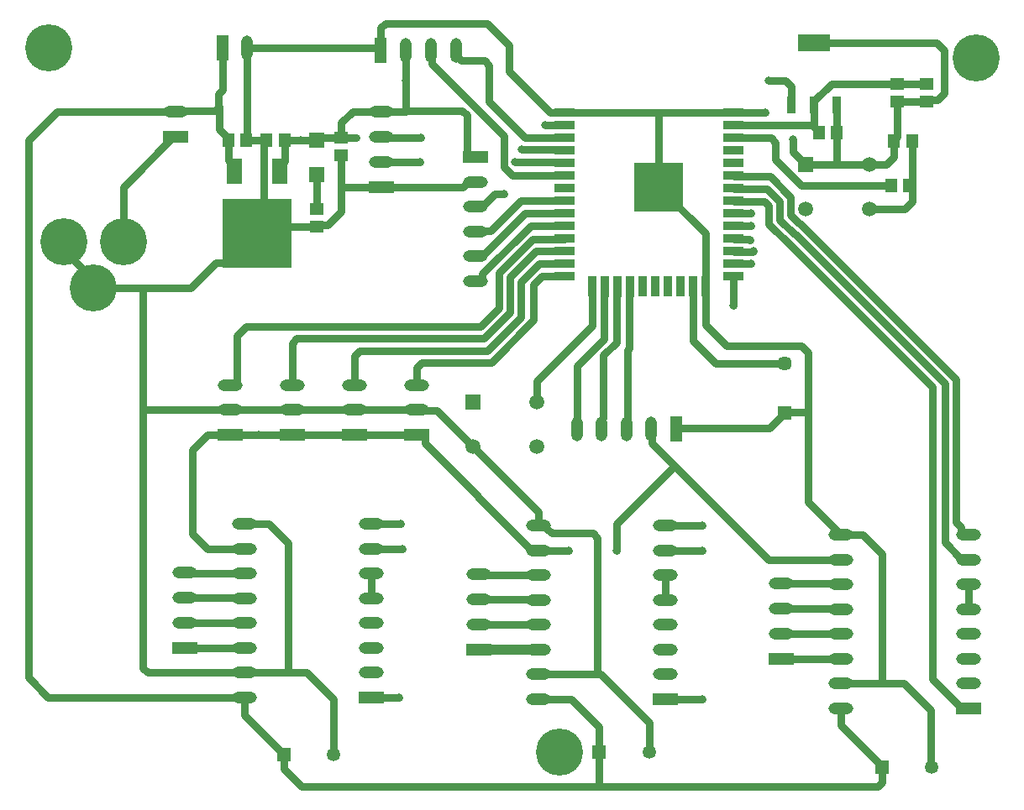
<source format=gbl>
G04*
G04 #@! TF.GenerationSoftware,Altium Limited,Altium Designer,20.2.6 (244)*
G04*
G04 Layer_Physical_Order=2*
G04 Layer_Color=16711680*
%FSLAX25Y25*%
%MOIN*%
G70*
G04*
G04 #@! TF.SameCoordinates,144DF908-3300-4855-B5FD-CD95A974D408*
G04*
G04*
G04 #@! TF.FilePolarity,Positive*
G04*
G01*
G75*
%ADD20R,0.05709X0.05709*%
%ADD21C,0.05709*%
%ADD28C,0.03150*%
%ADD29R,0.09843X0.04724*%
%ADD30O,0.09843X0.04724*%
%ADD31O,0.04724X0.09843*%
%ADD32R,0.04724X0.09843*%
%ADD33C,0.05906*%
%ADD34R,0.05906X0.05906*%
%ADD35C,0.18673*%
%ADD36R,0.05315X0.05315*%
%ADD37C,0.05315*%
%ADD38C,0.03150*%
%ADD39R,0.05512X0.04724*%
%ADD40R,0.04724X0.05512*%
%ADD41R,0.12598X0.06890*%
%ADD42R,0.03740X0.06890*%
%ADD43R,0.05906X0.09843*%
%ADD44R,0.27559X0.27559*%
%ADD45R,0.07874X0.03543*%
%ADD46R,0.03543X0.07874*%
%ADD47R,0.19685X0.19685*%
%ADD48R,0.05906X0.05906*%
%ADD49C,0.03937*%
D20*
X309564Y154035D02*
D03*
D21*
Y173721D02*
D03*
D28*
X181368Y294094D02*
X190576D01*
X179466Y295997D02*
X181368Y294094D01*
X192421Y277871D02*
Y292249D01*
X190576Y294094D02*
X192421Y292249D01*
X151311Y308858D02*
X191831D01*
X200492Y289704D02*
Y300197D01*
X191831Y308858D02*
X200492Y300197D01*
Y289704D02*
X216679Y273518D01*
X192421Y277871D02*
X206710Y263583D01*
X191678Y178740D02*
X205135Y192197D01*
X139068Y165157D02*
Y176895D01*
X140913Y178740D01*
X191678D01*
X116163Y183661D02*
X190475D01*
X200804Y193991D01*
X114318Y181816D02*
X116163Y183661D01*
X92427Y184966D02*
X95934Y188473D01*
X189162D02*
X196473Y195784D01*
X95934Y188473D02*
X189162D01*
X114318Y165157D02*
Y181816D01*
X214567Y268406D02*
X222438D01*
X222458Y268425D01*
X265994Y133219D02*
X303254Y95959D01*
X257093Y142120D02*
X265994Y133219D01*
X243012Y99508D02*
Y110236D01*
X265994Y133219D01*
X212067Y99544D02*
X212103Y99508D01*
X224016D01*
X235531Y50331D02*
Y104472D01*
X212067Y109386D02*
X214199D01*
X215413Y108173D01*
Y108162D02*
Y108173D01*
X233686Y106317D02*
X235531Y104472D01*
X215413Y108162D02*
X217258Y106317D01*
X233686D01*
X212067Y50331D02*
X236874D01*
X89567Y145472D02*
X114318D01*
X166378D01*
X262460Y79859D02*
Y89701D01*
X96063Y262598D02*
X103051D01*
X104151D01*
X139068Y155315D02*
X163819D01*
X114318D02*
X139068D01*
X212067Y109386D02*
Y114705D01*
X185925Y140847D02*
X212067Y114705D01*
X319094Y154481D02*
Y178051D01*
X310010Y154481D02*
X319094D01*
Y118895D02*
Y154481D01*
Y118895D02*
X332188Y105801D01*
X340852D01*
X303757Y148228D02*
X310010Y154481D01*
X316339Y180807D02*
X319094Y178051D01*
X286614Y180807D02*
X316339D01*
X278422Y188999D02*
Y204488D01*
Y188999D02*
X286614Y180807D01*
X303254Y95959D02*
X332188D01*
X256791Y147835D02*
X257093Y147533D01*
Y142120D02*
Y147533D01*
X262460Y109386D02*
X277129D01*
X277165Y109350D01*
X166378Y145472D02*
X167165Y144685D01*
Y142126D02*
Y144685D01*
Y142126D02*
X188186Y121106D01*
Y120866D02*
Y121106D01*
Y120866D02*
X209507Y99544D01*
X212067D01*
X145669Y110039D02*
X157283D01*
X117627Y262598D02*
X124016D01*
X111237D02*
X117627D01*
X104151Y262205D02*
Y262598D01*
X102907Y228150D02*
X103051Y228294D01*
Y261105D01*
X104151Y262205D01*
X89567Y155315D02*
X114318D01*
X55118D02*
X89567D01*
X124016Y228150D02*
X124803Y228937D01*
X128347D02*
X133669Y234260D01*
X124803Y228937D02*
X128347D01*
X133875Y234055D02*
Y243898D01*
X102907Y228150D02*
X124016D01*
X85236Y274213D02*
Y275787D01*
X9646Y49016D02*
Y262402D01*
X85236Y266732D02*
Y274213D01*
X15650Y268406D02*
Y268406D01*
X9646Y262402D02*
X15650Y268406D01*
Y268406D02*
X21037Y273793D01*
X17520Y41142D02*
X95276D01*
X9646Y49016D02*
X17520Y41142D01*
X21037Y273793D02*
X68209D01*
X85039Y280906D02*
X86614Y282480D01*
X85039Y275590D02*
Y280906D01*
X86614Y282480D02*
Y299016D01*
X72301Y274213D02*
X83661D01*
X85236Y275787D01*
X68209Y273793D02*
X68510Y274094D01*
X72183D02*
X72301Y274213D01*
X68510Y274094D02*
X72183D01*
X85236Y266732D02*
X88976Y262992D01*
Y254574D02*
Y262992D01*
X47244Y243898D02*
X68209Y264862D01*
X55118Y155315D02*
Y203346D01*
Y52829D02*
Y155315D01*
X54724Y203740D02*
X74016D01*
X35433D02*
X54724D01*
X55118Y203346D01*
X310124Y286161D02*
X312402Y283883D01*
X303484Y286161D02*
X310124D01*
X312402Y276401D02*
Y283883D01*
X159466Y286161D02*
Y298130D01*
Y274192D02*
Y286161D01*
X145669Y100197D02*
X157972D01*
X289387Y196769D02*
Y208425D01*
X289370Y196752D02*
X289387Y196769D01*
X289584Y218228D02*
X297165D01*
X297342Y218406D01*
X289387Y218425D02*
X289584Y218228D01*
X262460Y40489D02*
X277129D01*
X262460Y99544D02*
X277129D01*
X289387Y213425D02*
X296457D01*
X289584Y223228D02*
X295549D01*
X296003Y222774D01*
X289505Y228543D02*
X296358D01*
X289387Y228425D02*
X289505Y228543D01*
X266634Y147835D02*
X267028D01*
X267421Y148228D02*
X303757D01*
X267028Y147835D02*
X267421Y148228D01*
X273422Y182680D02*
Y204488D01*
X282382Y173721D02*
X309564D01*
X273422Y182680D02*
X282382Y173721D01*
X171758Y155014D02*
X185925Y140847D01*
X164120Y155014D02*
X171758D01*
X163819Y155315D02*
X164120Y155014D01*
X233422Y188836D02*
Y204488D01*
X211434Y158645D02*
Y166847D01*
X233422Y188836D01*
X248141Y179735D02*
Y200725D01*
X247441Y151999D02*
Y179035D01*
X248141Y179735D01*
X227362Y150101D02*
Y172933D01*
X237950Y183521D02*
Y200534D01*
X227362Y172933D02*
X237950Y183521D01*
X237834Y152235D02*
Y177007D01*
X242950Y182123D02*
Y200534D01*
X237834Y177007D02*
X242950Y182123D01*
X248141Y200725D02*
X248225Y200810D01*
X247250Y151809D02*
X247441Y151999D01*
X247250Y148136D02*
Y151809D01*
X246949Y147835D02*
X247250Y148136D01*
X248225Y200810D02*
Y204291D01*
X248422Y204488D01*
X237408Y149144D02*
Y151809D01*
X242950Y200534D02*
X243225Y200810D01*
X237408Y151809D02*
X237834Y152235D01*
X243225Y200810D02*
Y204291D01*
X243422Y204488D01*
X238225Y204291D02*
X238422Y204488D01*
X238225Y200810D02*
Y204291D01*
X237950Y200534D02*
X238225Y200810D01*
X211434Y158645D02*
X211516Y158563D01*
X289387Y233425D02*
X296516D01*
X296555Y233465D01*
X289387Y223425D02*
X289584Y223228D01*
X145669Y41142D02*
X156693D01*
X312992Y257677D02*
X317913Y252756D01*
X312992Y257677D02*
Y262795D01*
X330413Y252756D02*
Y265650D01*
X302823Y243228D02*
X307874Y238177D01*
Y230881D02*
Y238177D01*
X303947Y248228D02*
X312205Y239971D01*
X301698Y238228D02*
X303543Y236383D01*
X289584Y238228D02*
X301698D01*
X312205Y232675D02*
X315549Y229331D01*
X307874Y230881D02*
X313755Y225000D01*
X289584Y243228D02*
X302823D01*
X312205Y232675D02*
Y239971D01*
X303543Y229087D02*
Y236383D01*
X289584Y248228D02*
X303947D01*
X316378Y244488D02*
X351969D01*
X315549Y229331D02*
X315694D01*
X313755Y225000D02*
X313900D01*
X306102Y254764D02*
Y261580D01*
X313900Y225000D02*
X373228Y165672D01*
X306102Y254764D02*
X316378Y244488D01*
X315694Y229331D02*
X377559Y167466D01*
X289387Y243425D02*
X289584Y243228D01*
X96260Y298819D02*
X96457Y299016D01*
X159243Y273970D02*
X159466Y274192D01*
X169466Y298130D02*
X169767Y297829D01*
X187025Y226181D02*
X187213Y226369D01*
X184466Y255709D02*
X187025D01*
X183678Y256496D02*
X184466Y255709D01*
X289387Y248425D02*
X289584Y248228D01*
X323228Y265551D02*
Y265945D01*
X321457Y267717D02*
X323228Y265945D01*
X23622Y218898D02*
Y222244D01*
X35433Y203740D02*
Y207087D01*
X47244Y222244D02*
X47244Y222244D01*
X88976Y254574D02*
X91339Y252212D01*
Y250243D02*
Y252212D01*
X96063Y262598D02*
X96063Y262598D01*
X96063Y262598D02*
X96260Y262795D01*
X111237Y254000D02*
Y262598D01*
X169767Y292651D02*
Y297829D01*
X184039Y245866D02*
X187025D01*
X210138Y191075D02*
Y205111D01*
X289387Y238425D02*
X289584Y238228D01*
X304257Y263425D02*
X306102Y261580D01*
X311961Y220669D02*
X312106D01*
X320748Y268425D02*
X321457Y267717D01*
Y276401D02*
Y277976D01*
X330315Y276204D02*
X330512Y276401D01*
X353150Y255906D02*
Y262188D01*
X360236D02*
X360326Y262098D01*
X358965Y244398D02*
X359055Y244488D01*
X366929Y278543D02*
X370276D01*
X96260Y262795D02*
Y298819D01*
X183678Y256496D02*
Y272347D01*
X200804Y193991D02*
Y208027D01*
X321457Y267717D02*
Y276401D01*
X330315Y265551D02*
Y276204D01*
X354331Y263763D02*
Y277756D01*
X360236Y237992D02*
Y262188D01*
X47244Y222244D02*
Y243898D01*
X125000Y263583D02*
X139764D01*
X149623Y263970D02*
X150010Y263583D01*
X149466Y298130D02*
Y298228D01*
X148678Y299016D02*
X149466Y298228D01*
X159466Y274192D02*
X181833D01*
X179466Y295997D02*
Y298130D01*
X189885Y207224D02*
Y209356D01*
X187025Y216339D02*
X189584D01*
X187213Y226369D02*
X193118D01*
X194800Y241240D02*
X198442D01*
X222261Y223228D02*
X222458Y223425D01*
X222261Y248622D02*
X222458Y248425D01*
X222123Y258760D02*
X222458Y258425D01*
X222300Y263583D02*
X222458Y263425D01*
X222365Y273518D02*
X222458Y273425D01*
X289387Y263425D02*
X304257D01*
X289387Y273425D02*
X302165D01*
X91700Y165157D02*
X92427Y165885D01*
X100394Y225637D02*
X102907Y228150D01*
X109449Y252212D02*
X111237Y254000D01*
X109449Y250243D02*
Y252212D01*
X124016Y262598D02*
X125000Y263583D01*
X133875Y243898D02*
Y256496D01*
Y243898D02*
X133947Y243970D01*
X133875Y263583D02*
Y269488D01*
X133947Y243970D02*
X149623D01*
X163819Y172244D02*
X165787Y174213D01*
X163819Y165157D02*
Y172244D01*
X187025Y206496D02*
X189157D01*
X189885Y207224D01*
X205135Y192197D02*
Y206233D01*
X189584Y216339D02*
X206670Y233425D01*
X193118Y226369D02*
X205174Y238425D01*
X187025Y236024D02*
X189584D01*
X198344Y251946D02*
X201668Y248622D01*
X198344Y251946D02*
Y264075D01*
X222143Y253740D02*
X222458Y253425D01*
X317913Y252756D02*
X330413D01*
X321457Y277976D02*
X328323Y284842D01*
X357283Y235039D02*
X360236Y237992D01*
X350000Y252756D02*
X353150Y255906D01*
X354331Y284842D02*
X366142D01*
X370276Y278543D02*
X373031Y281299D01*
X369957Y301204D02*
X373031Y298130D01*
Y281299D02*
Y298130D01*
X366142Y277756D02*
X366929Y278543D01*
X354331Y277756D02*
X366142D01*
X74803Y139567D02*
X80709Y145472D01*
X74016Y203740D02*
X84183Y213907D01*
X92427Y165885D02*
Y184966D01*
X124016Y235236D02*
Y248819D01*
X149466Y298228D02*
Y307013D01*
X133875Y269488D02*
X138357Y273970D01*
X149466Y307013D02*
X151311Y308858D01*
X196473Y209820D02*
X209881Y223228D01*
X200804Y208027D02*
X211203Y218425D01*
X205135Y206233D02*
X212327Y213425D01*
X210138Y205111D02*
X213452Y208425D01*
X193275Y174213D02*
X210138Y191075D01*
X196473Y195784D02*
Y209820D01*
X189584Y236024D02*
X194800Y241240D01*
X259859Y243898D02*
Y273425D01*
X189885Y209356D02*
X208954Y228425D01*
X278422Y204488D02*
Y225335D01*
X259859Y243898D02*
X278422Y225335D01*
X80709Y145472D02*
X89567D01*
X213452Y208425D02*
X222458D01*
X211203Y218425D02*
X222458D01*
X209881Y223228D02*
X222261D01*
X206670Y233425D02*
X222458D01*
X201668Y248622D02*
X222261D01*
X205332Y258760D02*
X222123D01*
X150010Y263583D02*
X165371D01*
X206710D02*
X222300D01*
X181833Y274192D02*
X183678Y272347D01*
X216679Y273518D02*
X222365D01*
X138357Y273970D02*
X159243D01*
X343504Y235039D02*
X357283D01*
X259859Y273425D02*
X289387D01*
X89567Y165157D02*
X91700D01*
X88664Y213907D02*
X100394Y225637D01*
X84183Y213907D02*
X88664D01*
X165787Y174213D02*
X193275D01*
X205174Y238425D02*
X222458D01*
X208954Y228425D02*
X222458D01*
X212327Y213425D02*
X222458D01*
X149623Y253970D02*
X165141D01*
X182143Y243970D02*
X184039Y245866D01*
X202674Y253740D02*
X222143D01*
X149623Y243970D02*
X182143D01*
X303543Y229087D02*
X311961Y220669D01*
X343504Y252756D02*
X350000D01*
X291732Y268425D02*
X320748D01*
X330413Y252756D02*
X343504D01*
X328323Y284842D02*
X354331D01*
X23622Y218898D02*
X35433Y207087D01*
X169767Y292651D02*
X198344Y264075D01*
X222458Y273425D02*
X259859D01*
X96457Y299016D02*
X148678D01*
X321457Y301204D02*
X369957D01*
X312106Y220669D02*
X368307Y164469D01*
X373228Y102753D02*
Y165672D01*
X368307Y48619D02*
Y164469D01*
X377559Y110824D02*
Y167466D01*
X368307Y48619D02*
X380023Y36904D01*
X377559Y110824D02*
X379721Y108661D01*
X373228Y102753D02*
X379508Y96473D01*
X380449Y105801D02*
X382582D01*
X379721Y106529D02*
Y108661D01*
Y106529D02*
X380449Y105801D01*
X348425Y46746D02*
Y98228D01*
X382582Y76274D02*
Y86116D01*
X340852Y105801D02*
X348425Y98228D01*
X332188Y46746D02*
X348425D01*
X380023Y36904D02*
X382582D01*
X382067Y96473D02*
X382582Y95959D01*
X379508Y96473D02*
X382067D01*
X145669Y80512D02*
Y90354D01*
X74803Y106102D02*
X80709Y100197D01*
X95276D01*
X74803Y106102D02*
Y139567D01*
X95276Y50984D02*
X112694D01*
X56963D02*
X95276D01*
X55118Y52829D02*
X56963Y50984D01*
X112694D02*
X120079D01*
X105121Y110039D02*
X112694Y102467D01*
X96457Y110039D02*
X105121D01*
X112694Y50984D02*
Y102467D01*
X348425Y46746D02*
X356991D01*
X308545Y86589D02*
X308781Y86352D01*
X331952D01*
X332188Y86116D01*
X308545Y76588D02*
X308702Y76431D01*
X332031D01*
X332188Y76274D01*
X308545Y66588D02*
X308623Y66510D01*
X332109D01*
X332188Y66431D01*
X308545Y56589D02*
X332188D01*
X188423Y90174D02*
X188659Y89938D01*
X211830D01*
X212067Y89701D01*
X188423Y80174D02*
X188581Y80016D01*
X211909D01*
X212067Y79859D01*
X188423Y70174D02*
X188502Y70095D01*
X211988D01*
X212067Y70016D01*
X348425Y7554D02*
Y13583D01*
X346580Y5709D02*
X348425Y7554D01*
X236221Y5709D02*
X346580D01*
X118110D02*
X236221D01*
Y19488D01*
X332188Y29992D02*
X348512Y13669D01*
X111002Y12817D02*
Y18504D01*
Y12817D02*
X118110Y5709D01*
X255906Y19488D02*
Y31299D01*
X236874Y50331D02*
X255906Y31299D01*
X236221Y19488D02*
Y29331D01*
X212067Y40489D02*
X225062D01*
X236221Y29331D01*
X332188Y29992D02*
Y36904D01*
X356991Y46746D02*
X367600Y36138D01*
Y13583D02*
Y36138D01*
X130687Y18504D02*
Y40376D01*
X120079Y50984D02*
X130687Y40376D01*
X95276Y34231D02*
Y41142D01*
Y34231D02*
X111002Y18504D01*
X71632Y60827D02*
X95276D01*
X71632Y70827D02*
X71711Y70748D01*
X95197D01*
X95276Y70669D01*
X71632Y80827D02*
X71789Y80669D01*
X95118D01*
X95276Y80512D01*
X71632Y90827D02*
X71868Y90591D01*
X95039D01*
X95276Y90354D01*
D29*
X262460Y40489D02*
D03*
X68209Y263950D02*
D03*
X114318Y145472D02*
D03*
X89567D02*
D03*
X163819D02*
D03*
X139068Y145472D02*
D03*
X187025Y255709D02*
D03*
X149623Y243970D02*
D03*
X382582Y36904D02*
D03*
X188423Y60174D02*
D03*
X308545Y56589D02*
D03*
X145669Y41142D02*
D03*
X71632Y60827D02*
D03*
D30*
X262460Y50331D02*
D03*
Y60174D02*
D03*
Y70016D02*
D03*
Y79859D02*
D03*
Y89701D02*
D03*
Y99544D02*
D03*
Y109386D02*
D03*
X212067Y40489D02*
D03*
Y50331D02*
D03*
Y60174D02*
D03*
Y70016D02*
D03*
Y79859D02*
D03*
Y89701D02*
D03*
Y99544D02*
D03*
Y109386D02*
D03*
X68209Y273793D02*
D03*
X114318Y155315D02*
D03*
Y165157D02*
D03*
X89567Y155315D02*
D03*
Y165157D02*
D03*
X163819Y155315D02*
D03*
Y165157D02*
D03*
X139068Y155315D02*
D03*
Y165157D02*
D03*
X187025Y206496D02*
D03*
Y216339D02*
D03*
Y226181D02*
D03*
Y236024D02*
D03*
Y245866D02*
D03*
X149623Y273970D02*
D03*
Y263970D02*
D03*
Y253970D02*
D03*
X382582Y46746D02*
D03*
Y56589D02*
D03*
Y66431D02*
D03*
Y76274D02*
D03*
Y86116D02*
D03*
Y95959D02*
D03*
Y105801D02*
D03*
X332188Y36904D02*
D03*
Y46746D02*
D03*
Y56589D02*
D03*
Y66431D02*
D03*
Y76274D02*
D03*
Y86116D02*
D03*
Y95959D02*
D03*
Y105801D02*
D03*
X188423Y90174D02*
D03*
Y80174D02*
D03*
Y70174D02*
D03*
X308545Y86589D02*
D03*
Y76588D02*
D03*
Y66588D02*
D03*
X145669Y50984D02*
D03*
Y60827D02*
D03*
Y70669D02*
D03*
Y80512D02*
D03*
Y90354D02*
D03*
Y100197D02*
D03*
Y110039D02*
D03*
X95276Y41142D02*
D03*
Y50984D02*
D03*
Y60827D02*
D03*
Y70669D02*
D03*
Y80512D02*
D03*
Y90354D02*
D03*
Y100197D02*
D03*
Y110039D02*
D03*
X71632Y70827D02*
D03*
Y80827D02*
D03*
Y90827D02*
D03*
D31*
X227264Y147835D02*
D03*
X237106D02*
D03*
X246949D02*
D03*
X256791D02*
D03*
X96457Y299016D02*
D03*
X159466Y298130D02*
D03*
X169466D02*
D03*
X179466D02*
D03*
D32*
X266634Y147835D02*
D03*
X86614Y299016D02*
D03*
X149466Y298130D02*
D03*
D33*
X211516Y158563D02*
D03*
Y140847D02*
D03*
X185925D02*
D03*
X343504Y252756D02*
D03*
Y235039D02*
D03*
X317913D02*
D03*
D34*
X185925Y158563D02*
D03*
X317913Y252756D02*
D03*
D35*
X35433Y203740D02*
D03*
X23622Y222244D02*
D03*
X47244D02*
D03*
X385827Y295079D02*
D03*
X17717Y299016D02*
D03*
X220472Y19488D02*
D03*
D36*
X348425Y13583D02*
D03*
X236221Y19488D02*
D03*
X111002Y18504D02*
D03*
D37*
X368110Y13583D02*
D03*
X255906Y19488D02*
D03*
X130687Y18504D02*
D03*
D38*
X214567Y268406D02*
D03*
X243012Y99508D02*
D03*
X224016D02*
D03*
X277165Y109350D02*
D03*
X157283Y110039D02*
D03*
X101083Y145374D02*
D03*
X117627Y262598D02*
D03*
X303484Y286161D02*
D03*
X159466D02*
D03*
X157972Y100197D02*
D03*
X289370Y196752D02*
D03*
X297342Y218406D02*
D03*
X277165Y40453D02*
D03*
Y99508D02*
D03*
X296457Y213425D02*
D03*
X296003Y222774D02*
D03*
X296358Y228543D02*
D03*
X296555Y233465D02*
D03*
X156693Y41142D02*
D03*
X312992Y262795D02*
D03*
X302165Y273425D02*
D03*
X202674Y253740D02*
D03*
X165371Y263583D02*
D03*
X198442Y241240D02*
D03*
X205332Y258760D02*
D03*
X165141Y253970D02*
D03*
D39*
X133875Y256496D02*
D03*
Y263583D02*
D03*
X124016Y235236D02*
D03*
Y228150D02*
D03*
X354331Y277756D02*
D03*
Y284842D02*
D03*
X366142Y277756D02*
D03*
Y284842D02*
D03*
D40*
X330315Y265551D02*
D03*
X323228D02*
D03*
X351969Y244488D02*
D03*
X359055D02*
D03*
X104151Y262598D02*
D03*
X111237D02*
D03*
X96063Y262598D02*
D03*
X88976D02*
D03*
X353150Y262188D02*
D03*
X360236D02*
D03*
D41*
X321457Y301204D02*
D03*
D42*
X312402Y276401D02*
D03*
X321457D02*
D03*
X330512D02*
D03*
D43*
X91339Y250243D02*
D03*
X109449D02*
D03*
D44*
X100394Y225637D02*
D03*
D45*
X289387Y273425D02*
D03*
Y268425D02*
D03*
Y263425D02*
D03*
Y258425D02*
D03*
Y253425D02*
D03*
Y248425D02*
D03*
Y243425D02*
D03*
Y238425D02*
D03*
Y233425D02*
D03*
Y228425D02*
D03*
Y223425D02*
D03*
Y218425D02*
D03*
Y213425D02*
D03*
Y208425D02*
D03*
X222458D02*
D03*
Y213425D02*
D03*
Y218425D02*
D03*
Y223425D02*
D03*
Y228425D02*
D03*
Y233425D02*
D03*
Y238425D02*
D03*
Y243425D02*
D03*
Y248425D02*
D03*
Y253425D02*
D03*
Y258425D02*
D03*
Y263425D02*
D03*
Y268425D02*
D03*
Y273425D02*
D03*
D46*
X278422Y204488D02*
D03*
X273422D02*
D03*
X268422D02*
D03*
X263422D02*
D03*
X258422D02*
D03*
X253422D02*
D03*
X248422D02*
D03*
X243422D02*
D03*
X238422D02*
D03*
X233422D02*
D03*
D47*
X259859Y243898D02*
D03*
D48*
X124016Y262598D02*
D03*
Y248819D02*
D03*
D49*
X188423Y60174D02*
X212067D01*
M02*

</source>
